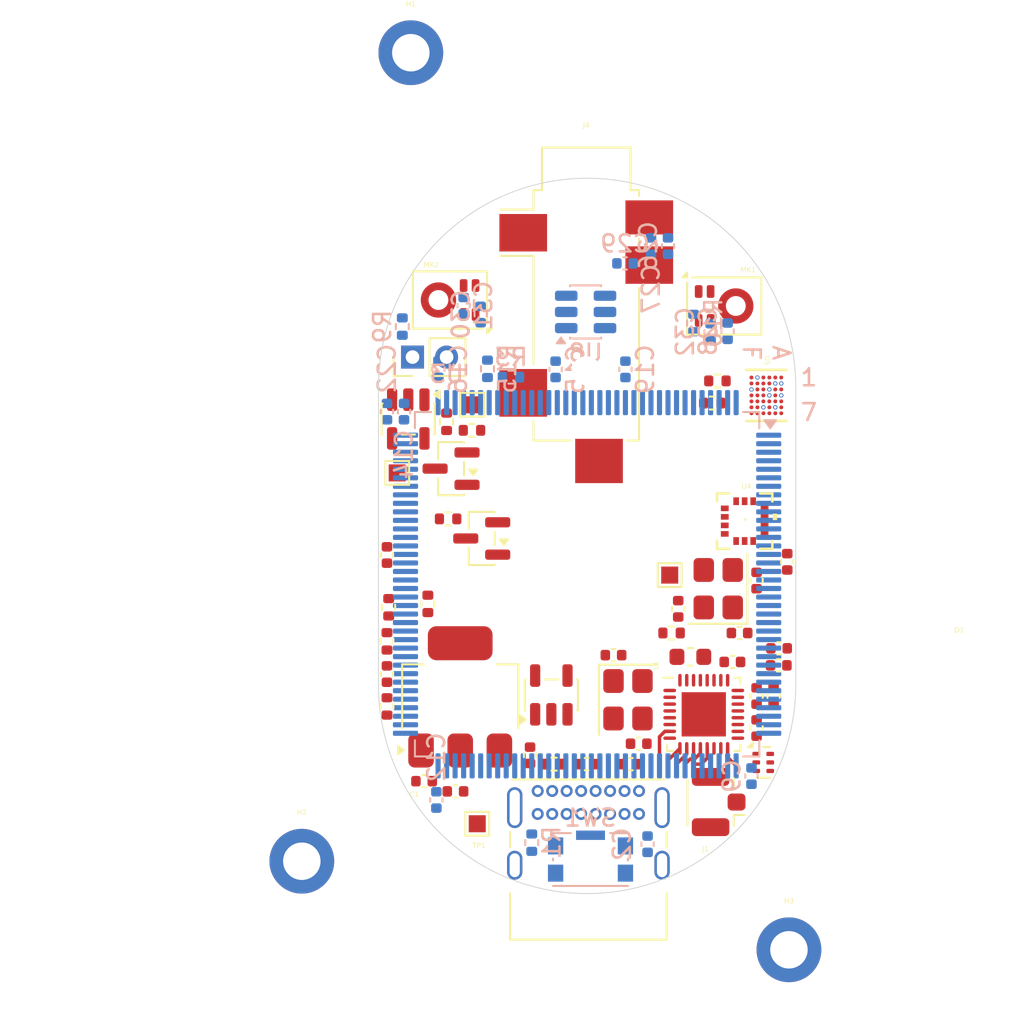
<source format=kicad_pcb>
(kicad_pcb (version 20241229) (generator "pcbnew") (generator_version "9.0")
  (layers (0 "F.Cu" signal) (4 "In1.Cu" signal) (6 "In2.Cu" signal) (8 "In3.Cu" signal) (10 "In4.Cu" signal) (2 "B.Cu" signal) (13 "F.Paste" user) (15 "B.Paste" user) (5 "F.SilkS" user "F.Silkscreen") (7 "B.SilkS" user "B.Silkscreen") (1 "F.Mask" user) (3 "B.Mask" user) (25 "Edge.Cuts" user))
  (net 0 "")
  (net 1 "+5V")
  (net 2 "Net-(D1-B)")
  (net 3 "Net-(U1-VI)")
  (net 4 "GND")
  (net 5 "Net-(U3-PH1)")
  (net 6 "Net-(U2-EN)")
  (net 7 "Net-(U3-PH0)")
  (net 8 "+1V8")
  (net 9 "Net-(U3-NRST)")
  (net 10 "Net-(C21-Pad1)")
  (net 11 "Net-(C22-Pad1)")
  (net 12 "Net-(U5-DVDD)")
  (net 13 "/SWDIO")
  (net 14 "/SWCLK")
  (net 15 "Net-(U3-BOOT0)")
  (net 16 "/I2C_SCL")
  (net 17 "/I2C_SDA")
  (net 21 "/SYS_MCLK")
  (net 30 "/UWB_RST")
  (net 31 "Net-(D1-R)")
  (net 33 "/CPU_TO_DSP")
  (net 45 "/UWB_IRQ")
  (net 51 "/UWB_CS")
  (net 58 "Net-(D1-G)")
  (net 62 "Net-(J3-Pin_1)")
  (net 67 "/SAI_BCLK")
  (net 78 "/UWB_MISO")
  (net 82 "/DSP_TO_CPU")
  (net 84 "/ACC_CS")
  (net 94 "/UWB_SCK")
  (net 95 "Net-(Q1-G)")
  (net 97 "/UWB_MOSI")
  (net 108 "/SAI_FS")
  (net 117 "Net-(Q2-B)")
  (net 120 "/VIB_DATA")
  (net 127 "Net-(U7-PROG)")
  (net 131 "/PWR_HOLD")
  (net 132 "/LED_R")
  (net 144 "/MIC2")
  (net 146 "/MIC2_RAW")
  (net 147 "/MIC1")
  (net 148 "/MIC1_RAW")
  (net 151 "+3.3V")
  (net 152 "/LED_G")
  (net 153 "/LED_B")
  (net 154 "/HP_DETECT")
  (net 155 "/CHG_STAT")
  (net 156 "/HPOUTR")
  (net 157 "/HPOUTL")
  (net 159 "Net-(J5-CC1)")
  (net 161 "Net-(J5-CC2)")
  (net 162 "Net-(J4-PadR)")
  (net 164 "Net-(J4-PadT)")
  (net 165 "Net-(U9-VDD_IO)")
  (net 166 "Net-(U9-XTAL_C2)")
  (net 167 "Net-(U9-XTAL_C1)")
  (net 168 "Net-(T1-AB)")
  (net 169 "Net-(U9-RFN)")
  (net 170 "Net-(U9-RFP)")
  (net 171 "Net-(T1-AA)")
  (net 172 "Net-(U9-VDD_CORE_ANA)")
  (net 173 "Net-(U9-REG_OUT)")
  (net 174 "/<NO NET>")
  (net 175 "/UWB_SHDN")
  (net 192 "Net-(J1-In)")
  (footprint "Resistor_SMD:R_0402_1005Metric" (layer "F.Cu") (at 21.5 67.51 -90)
    (property "Reference" "R12" (hide yes))
    (property "Value" "220Ω")
  )
  (footprint "ANC_Parts:ADXL382_Ultralib" (layer "F.Cu") (at 42.5 56.6316)
    (property "Reference" "U4")
    (property "Value" "ADXL382-1BCCZ-RL")
  )
  (footprint "Inductor_SMD:L_0603_1608Metric" (layer "F.Cu") (at 39.3125 64.6)
    (property "Reference" "L1")
    (property "Value" "180nH")
  )
  (footprint "Crystal:Crystal_SMD_3225-4Pin_3.2x2.5mm" (layer "F.Cu") (at 35.65 67.12 -90)
    (property "Reference" "Y2" (hide yes))
    (property "Value" "32.768 kHz")
  )
  (footprint "Capacitor_SMD:C_0402_1005Metric" (layer "F.Cu") (at 21.5 58.62 -90)
    (property "Reference" "C18" (hide yes))
    (property "Value" "0.1uF")
  )
  (footprint "Resistor_SMD:R_0402_1005Metric" (layer "F.Cu") (at 25 50.8 90)
    (property "Reference" "R6" (hide yes))
    (property "Value" "2kΩ")
  )
  (footprint "Capacitor_SMD:C_0402_1005Metric" (layer "F.Cu") (at 33.22 70.9 180)
    (property "Reference" "C5" (hide yes))
    (property "Value" "10uF")
  )
  (footprint "Capacitor_SMD:C_0402_1005Metric" (layer "F.Cu") (at 43.2 66.9 90)
    (property "Reference" "C33" (hide yes))
    (property "Value" "10pF")
  )
  (footprint "TestPoint:TestPoint_Pad_1.0x1.0mm" (layer "F.Cu") (at 26.8 74.4)
    (property "Reference" "TP1")
    (property "Value" "TestPoint")
  )
  (footprint "Connector_Audio:Jack_3.5mm_CUI_SJ2-3593D-SMT_Horizontal" (layer "F.Cu") (at 33.2 43.3)
    (property "Reference" "J4")
    (property "Value" "AudioJack3_Switch")
  )
  (footprint "Sensor_Audio:Infineon_PG-LLGA-5-2" (layer "F.Cu") (at 41.3 44)
    (property "Reference" "MK1")
    (property "Value" "IM73A135V01")
  )
  (footprint "Resistor_SMD:R_0402_1005Metric" (layer "F.Cu") (at 26.49 51.3 180)
    (property "Reference" "R7" (hide yes))
    (property "Value" "100kΩ")
  )
  (footprint "Capacitor_SMD:C_0402_1005Metric" (layer "F.Cu") (at 38.6 61.78 -90)
    (property "Reference" "C7" (hide yes))
    (property "Value" "10uF")
  )
  (footprint "ANC_Parts:ADAU1787_Ultralib" (layer "F.Cu") (at 43.775 49.25 -90)
    (property "Reference" "U5")
    (property "Value" "ADAU1787BCBZRL")
  )
  (footprint "Package_TO_SOT_SMD:SOT-223-3_TabPin2" (layer "F.Cu") (at 25.8 66.95 90)
    (property "Reference" "U1" (hide yes))
    (property "Value" "AP7361C-33E")
  )
  (footprint "Resistor_SMD:R_0402_1005Metric" (layer "F.Cu") (at 21.5 63.69 90)
    (property "Reference" "R14" (hide yes))
    (property "Value" "100Ω")
  )
  (footprint "Capacitor_SMD:C_0402_1005Metric" (layer "F.Cu") (at 35.82 70.9)
    (property "Reference" "C10" (hide yes))
    (property "Value" "0.1uF")
  )
  (footprint "MountingHole:MountingHole_2mm" (layer "F.Cu") (at 55.1 66)
    (property "Reference" "D1")
    (property "Value" "APFA3010")
  )
  (footprint "Capacitor_SMD:C_0402_1005Metric" (layer "F.Cu") (at 41.78 64.9 180)
    (property "Reference" "C23" (hide yes))
    (property "Value" "1uF")
  )
  (footprint "Connector_USB:USB_C_Receptacle_GCT_USB4085" (layer "F.Cu") (at 30.35 72.475)
    (property "Reference" "J5" (hide yes))
    (property "Value" "USB_C_Receptacle_USB2.0_14P")
  )
  (footprint "Resistor_SMD:R_0402_1005Metric" (layer "F.Cu") (at 31.31 70.9)
    (property "Reference" "R2" (hide yes))
    (property "Value" "5.1k")
  )
  (footprint "Package_TO_SOT_SMD:SOT-23" (layer "F.Cu") (at 25.2625 53.55 180)
    (property "Reference" "Q1" (hide yes))
    (property "Value" "Q_PMOS_GSD")
  )
  (footprint "Sensor_Audio:Infineon_PG-LLGA-5-2" (layer "F.Cu") (at 25.2 43.65 180)
    (property "Reference" "MK2")
    (property "Value" "IM73A135V01")
  )
  (footprint "Package_TO_SOT_SMD:SOT-23-5" (layer "F.Cu") (at 22.75 50.6375 -90)
    (property "Reference" "U7" (hide yes))
    (property "Value" "MCP73831-2-OT")
  )
  (footprint "Resistor_SMD:R_0402_1005Metric" (layer "F.Cu") (at 38.21 63.2)
    (property "Reference" "R16" (hide yes))
    (property "Value" "100kΩ")
  )
  (footprint "MountingHole:MountingHole_2.2mm_M2_DIN965_Pad" (layer "F.Cu") (at 45.1 81.8)
    (property "Reference" "H3")
    (property "Value" "MountingHole")
  )
  (footprint "Capacitor_SMD:C_0402_1005Metric" (layer "F.Cu") (at 23.68 71.9)
    (property "Reference" "C1")
    (property "Value" "10uF")
  )
  (footprint "Package_TO_SOT_SMD:SOT-23-5" (layer "F.Cu") (at 31.15 66.8375 90)
    (property "Reference" "U2" (hide yes))
    (property "Value" "AP2112K-1.8" (hide yes))
  )
  (footprint "Capacitor_SMD:C_0402_1005Metric" (layer "F.Cu") (at 25.52 72.5)
    (property "Reference" "C21" (hide yes))
    (property "Value" "2.2uF")
  )
  (footprint "Resistor_SMD:R_0402_1005Metric" (layer "F.Cu") (at 23.9 61.49 90)
    (property "Reference" "R8" (hide yes))
    (property "Value" "10kΩ")
  )
  (footprint "ANC_Parts:Spark_SR1120_QFN32" (layer "F.Cu") (at 40.1 67.975)
    (property "Reference" "U9" (hide yes))
    (property "Value" "~")
  )
  (footprint "Capacitor_SMD:C_0402_1005Metric" (layer "F.Cu") (at 36.28 69.7)
    (property "Reference" "C25" (hide yes))
    (property "Value" "10pF")
  )
  (footprint "Capacitor_SMD:C_0402_1005Metric" (layer "F.Cu") (at 43.2 68.78 -90)
    (property "Reference" "C34" (hide yes))
    (property "Value" "10pF")
  )
  (footprint "TestPoint:TestPoint_Pad_1.0x1.0mm" (layer "F.Cu") (at 22.1 53.8)
    (property "Reference" "TP4" (hide yes))
    (property "Value" "TestPoint")
  )
  (footprint "MountingHole:MountingHole_2.2mm_M2_DIN965_Pad" (layer "F.Cu") (at 22.9 29.13)
    (property "Reference" "H1")
    (property "Value" "MountingHole")
  )
  (footprint "Capacitor_SMD:C_0402_1005Metric" (layer "F.Cu") (at 44.2 66.9 90)
    (property "Reference" "C17" (hide yes))
    (property "Value" "0.1uF")
  )
  (footprint "TestPoint:TestPoint_Pad_1.0x1.0mm" (layer "F.Cu") (at 26.5 49.8)
    (property "Reference" "TP2" (hide yes))
    (property "Value" "TestPoint")
  )
  (footprint "MountingHole:MountingHole_2.2mm_M2_DIN965_Pad" (layer "F.Cu") (at 16.5 76.6)
    (property "Reference" "H2")
    (property "Value" "MountingHole")
  )
  (footprint "Crystal:Crystal_SMD_3225-4Pin_3.2x2.5mm" (layer "F.Cu") (at 40.95 60.6 90)
    (property "Reference" "Y1" (hide yes))
    (property "Value" "Crystal_GND24")
  )
  (footprint "RF_Converter:Balun_Johanson_1.6x0.8mm" (layer "F.Cu") (at 43.59 70.8)
    (property "Reference" "T1" (hide yes))
    (property "Value" "Transformer_1P_1S")
  )
  (footprint "Resistor_SMD:R_0402_1005Metric" (layer "F.Cu") (at 40.6 49.7 180)
    (property "Reference" "R4" (hide yes))
    (property "Value" "2.2kΩ")
  )
  (footprint "Capacitor_SMD:C_0402_1005Metric" (layer "F.Cu") (at 44.52 64.1)
    (property "Reference" "C20" (hide yes))
    (property "Value" "0.1uF")
  )
  (footprint "Capacitor_SMD:C_0402_1005Metric" (layer "F.Cu") (at 44.5 65.1)
    (property "Reference" "C8" (hide yes))
    (property "Value" "0.1uF")
  )
  (footprint "Capacitor_SMD:C_0402_1005Metric" (layer "F.Cu") (at 42.2 63.2 180)
    (property "Reference" "C3" (hide yes))
    (property "Value" "10pF")
  )
  (footprint "Resistor_SMD:R_0402_1005Metric" (layer "F.Cu") (at 40.9 48.4 180)
    (property "Reference" "R5" (hide yes))
    (property "Value" "2.2kΩ")
  )
  (footprint "Connector_PinHeader_2.00mm:PinHeader_1x02_P2.00mm_Vertical" (layer "F.Cu") (at 23 47 90)
    (property "Reference" "J3" (hide yes))
    (property "Value" "Conn_01x02")
  )
  (footprint "Capacitor_SMD:C_0402_1005Metric" (layer "F.Cu") (at 43.2 60.12 90)
    (property "Reference" "C6" (hide yes))
    (property "Value" "10pF")
  )
  (footprint "Capacitor_SMD:C_0402_1005Metric" (layer "F.Cu") (at 29.9 70.38 90)
    (property "Reference" "C11" (hide yes))
    (property "Value" "0.1uF")
  )
  (footprint "Resistor_SMD:R_0402_1005Metric" (layer "F.Cu") (at 25.09 56.5 180)
    (property "Reference" "R11" (hide yes))
    (property "Value" "100kΩ")
  )
  (footprint "Capacitor_SMD:C_0402_1005Metric" (layer "F.Cu") (at 45 59.02 90)
    (property "Reference" "C4" (hide yes))
    (property "Value" "0.1uF")
  )
  (footprint "Package_TO_SOT_SMD:SOT-23" (layer "F.Cu") (at 27.0625 57.65 180)
    (property "Reference" "Q2" (hide yes))
    (property "Value" "Q_NPN_BCE")
  )
  (footprint "TestPoint:TestPoint_Pad_1.0x1.0mm" (layer "F.Cu") (at 38.1 59.8)
    (property "Reference" "TP3" (hide yes))
    (property "Value" "TestPoint")
  )
  (footprint "Capacitor_SMD:C_0402_1005Metric" (layer "F.Cu") (at 21.5 65.61 -90)
    (property "Reference" "C13" (hide yes))
    (property "Value" "0.1uF")
  )
  (footprint "Resistor_SMD:R_0402_1005Metric" (layer "F.Cu") (at 21.6 61.69 90)
    (property "Reference" "R13" (hide yes))
    (property "Value" "100Ω")
  )
  (footprint "Capacitor_SMD:C_0402_1005Metric" (layer "F.Cu") (at 34.8 64.5 180)
    (property "Reference" "C24" (hide yes))
    (property "Value" "10pF")
  )
  (footprint "Connector_Coaxial:U.FL_Hirose_U.FL-R-SMT-1_Vertical" (layer "F.Cu") (at 40.975 73.125 180)
    (property "Reference" "J1")
    (property "Value" "Conn_Coaxial")
  )
  (footprint "Package_QFP:LQFP-144_20x20mm_P0.5mm" (layer "B.Cu") (at 33.25 60.3375 180)
    (property "Reference" "U3")
    (property "Value" "STM32H753ZITx")
  )
  (footprint "Capacitor_SMD:C_0402_1005Metric" (layer "B.Cu") (at 40.5 45.52 90)
    (property "Reference" "C32")
    (property "Value" "1uF")
  )
  (footprint "Capacitor_SMD:C_0402_1005Metric" (layer "B.Cu") (at 37 40.48 -90)
    (property "Reference" "C27")
    (property "Value" "0.1uF")
  )
  (footprint "Capacitor_SMD:C_0402_1005Metric" (layer "B.Cu") (at 35.48 41.5 180)
    (property "Reference" "C29")
    (property "Value" "1uF")
  )
  (footprint "Resistor_SMD:R_0402_1005Metric" (layer "B.Cu") (at 30 75.51 90)
    (property "Reference" "R1")
    (property "Value" "5.1k")
  )
  (footprint "Capacitor_SMD:C_0402_1005Metric" (layer "B.Cu") (at 22.5 50.2 90)
    (property "Reference" "C14")
    (property "Value" "0.1uF")
  )
  (footprint "Capacitor_SMD:C_0402_1005Metric" (layer "B.Cu") (at 27 44.5 -90)
    (property "Reference" "C30")
    (property "Value" "1uF")
  )
  (footprint "Resistor_SMD:R_0402_1005Metric" (layer "B.Cu") (at 22.4 45.21 -90)
    (property "Reference" "R9")
    (property "Value" "100kΩ")
  )
  (footprint "Resistor_SMD:R_0402_1005Metric" (layer "B.Cu") (at 27.4 47.69 90)
    (property "Reference" "R15")
    (property "Value" "10kΩ")
  )
  (footprint "Capacitor_SMD:C_0402_1005Metric" (layer "B.Cu") (at 42.9 71.6 -90)
    (property "Reference" "C9")
    (property "Value" "0.1uF")
  )
  (footprint "Capacitor_SMD:C_0402_1005Metric" (layer "B.Cu") (at 21.5 50.2 90)
    (property "Reference" "C22")
    (property "Value" "2.2uF")
  )
  (footprint "Resistor_SMD:R_0402_1005Metric" (layer "B.Cu") (at 28.78 48.18 180)
    (property "Reference" "R3")
    (property "Value" "10k")
  )
  (footprint "Package_TO_SOT_SMD:SOT-23-6" (layer "B.Cu") (at 33.1625 44.35)
    (property "Reference" "U8")
    (property "Value" "USBLC6-2SC6")
  )
  (footprint "Capacitor_SMD:C_0402_1005Metric" (layer "B.Cu") (at 38 40.48 -90)
    (property "Reference" "C26")
    (property "Value" "1uF")
  )
  (footprint "Capacitor_SMD:C_0402_1005Metric" (layer "B.Cu") (at 26 43.98 90)
    (property "Reference" "C31")
    (property "Value" "0.1uF")
  )
  (footprint "Capacitor_SMD:C_0402_1005Metric" (layer "B.Cu") (at 31.4 47.72 90)
    (property "Reference" "C15")
    (property "Value" "0.1uF")
  )
  (footprint "Button_Switch_SMD:SW_Push_1P1T-SH_NO_CK_KMR2xxG" (layer "B.Cu") (at 33.45 76.5 180)
    (property "Reference" "SW1")
    (property "Value" "SW_Push")
  )
  (footprint "Resistor_SMD:R_0402_1005Metric" (layer "B.Cu") (at 39.5 45 90)
    (property "Reference" "R10")
    (property "Value" "100kΩ")
  )
  (footprint "Capacitor_SMD:C_0402_1005Metric" (layer "B.Cu") (at 41.5 45.48 -90)
    (property "Reference" "C28")
    (property "Value" "0.1uF")
  )
  (footprint "Capacitor_SMD:C_0402_1005Metric" (layer "B.Cu") (at 24.4 73 -90)
    (property "Reference" "C12")
    (property "Value" "0.1uF")
  )
  (footprint "Capacitor_SMD:C_0402_1005Metric" (layer "B.Cu") (at 36.8 75.6 -90)
    (property "Reference" "C2")
    (property "Value" "10uF")
  )
  (footprint "Capacitor_SMD:C_0402_1005Metric" (layer "B.Cu") (at 35.5 47.72 90)
    (property "Reference" "C19")
    (property "Value" "0.1uF")
  )
  (footprint "Capacitor_SMD:C_0402_1005Metric" (layer "B.Cu") (at 24.52 47.71 90)
    (property "Reference" "C16")
    (property "Value" "0.1uF")
  )
  (gr_arc (start 21 48.75) (mid 33.25 36.5) (end 45.5 48.75) (stroke (width 0.05)) (layer "Edge.Cuts"))
  (gr_line (start 21 48.75) (end 21 66.25) (stroke (width 0.05)) (layer "Edge.Cuts"))
  (gr_line (start 45.5 48.75) (end 45.5 66.25) (stroke (width 0.05)) (layer "Edge.Cuts"))
  (gr_arc (start 45.5 66.25) (mid 33.25 78.5) (end 21 66.25) (stroke (width 0.05)) (layer "Edge.Cuts"))
  (segment (start 41.5 69.975) (end 41.5 70.5) (width 0.2) (layer "F.Cu") (net 30))
  (segment (start 41.5 70.5) (end 42 71) (width 0.2) (layer "F.Cu") (net 30))
  (segment (start 38.7 69.975) (end 38 70.675) (width 0.2) (layer "F.Cu") (net 45))
  (segment (start 38 70.675) (end 38 71) (width 0.2) (layer "F.Cu") (net 45))
  (segment (start 39.1 69.975) (end 39.1 70.3) (width 0.2) (layer "F.Cu") (net 51))
  (segment (start 39.1 70.3) (end 38.5 70.9) (width 0.2) (layer "F.Cu") (net 51))
  (segment (start 40.3 70.55) (end 39.95 70.9) (width 0.2) (layer "F.Cu") (net 78))
  (segment (start 40.3 69.975) (end 40.3 70.55) (width 0.2) (layer "F.Cu") (net 78))
  (segment (start 39.95 70.9) (end 39.5 70.9) (width 0.2) (layer "F.Cu") (net 78))
  (segment (start 39.9 69.975) (end 39.9 70.261536) (width 0.2) (layer "F.Cu") (net 97))
  (segment (start 39.9 70.261536) (end 39.561536 70.6) (width 0.2) (layer "F.Cu") (net 97))
  (segment (start 39.3 70.6) (end 39 70.9) (width 0.2) (layer "F.Cu") (net 97))
  (segment (start 39.561536 70.6) (end 39.3 70.6) (width 0.2) (layer "F.Cu") (net 97))
  (segment (start 38.1 68.975) (end 37.813464 68.975) (width 0.2) (layer "F.Cu") (net 175))
  (segment (start 37.5 69.288464) (end 37.5 71) (width 0.2) (layer "F.Cu") (net 175))
  (segment (start 37.813464 68.975) (end 37.5 69.288464) (width 0.2) (layer "F.Cu") (net 175))
)
</source>
